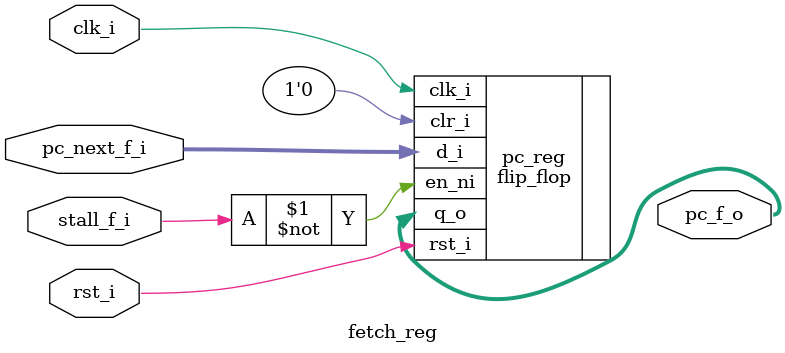
<source format=sv>
`timescale 1ns / 1ps

module fetch_reg (
  input               clk_i,
  input               rst_i,
  input               stall_f_i,
  input        [31:0] pc_next_f_i,
  output logic [31:0] pc_f_o
);

  flip_flop pc_reg (
    .clk_i,
    .rst_i,
    .en_ni(~stall_f_i),
    .clr_i('0),
    .d_i(pc_next_f_i),
    .q_o(pc_f_o)
  );

endmodule : fetch_reg

</source>
